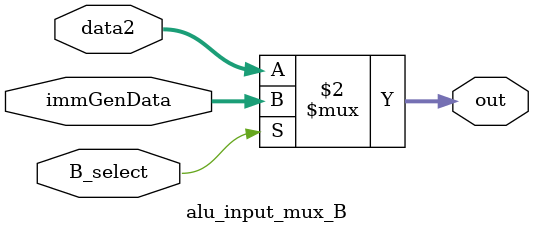
<source format=v>
module alu_input_mux_B(data2, immGenData, B_select, out);

    parameter integer n = 32;
    input wire [n-1:0] data2, immGenData;
    input wire B_select;
    output wire [n-1:0] out;

    // Select = 0 => output is data2 from register file
    // Select = 1 => output is result from immediate generator
    assign out = (B_select == 0) ? data2 : immGenData;

endmodule

</source>
